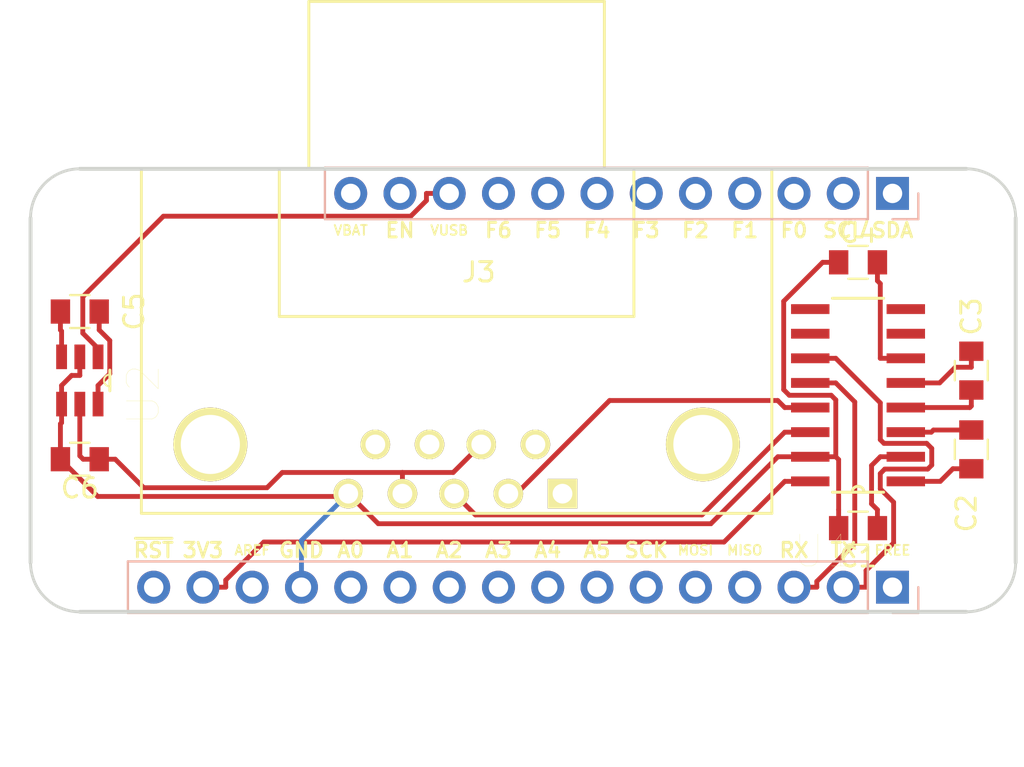
<source format=kicad_pcb>
(kicad_pcb (version 20171130) (host pcbnew "(5.1.4)-1")

  (general
    (thickness 1.6)
    (drawings 36)
    (tracks 114)
    (zones 0)
    (modules 15)
    (nets 17)
  )

  (page A4)
  (layers
    (0 F.Cu signal)
    (31 B.Cu signal)
    (32 B.Adhes user)
    (33 F.Adhes user)
    (34 B.Paste user)
    (35 F.Paste user)
    (36 B.SilkS user)
    (37 F.SilkS user)
    (38 B.Mask user)
    (39 F.Mask user)
    (40 Dwgs.User user)
    (41 Cmts.User user)
    (42 Eco1.User user)
    (43 Eco2.User user)
    (44 Edge.Cuts user)
    (45 Margin user)
    (46 B.CrtYd user)
    (47 F.CrtYd user)
    (48 B.Fab user)
    (49 F.Fab user)
  )

  (setup
    (last_trace_width 0.25)
    (trace_clearance 0.2)
    (zone_clearance 0.508)
    (zone_45_only no)
    (trace_min 0.2)
    (via_size 0.8)
    (via_drill 0.4)
    (via_min_size 0.4)
    (via_min_drill 0.3)
    (uvia_size 0.3)
    (uvia_drill 0.1)
    (uvias_allowed no)
    (uvia_min_size 0.2)
    (uvia_min_drill 0.1)
    (edge_width 0.15)
    (segment_width 0.2)
    (pcb_text_width 0.3)
    (pcb_text_size 1.5 1.5)
    (mod_edge_width 0.15)
    (mod_text_size 1 1)
    (mod_text_width 0.15)
    (pad_size 1.524 1.524)
    (pad_drill 0.762)
    (pad_to_mask_clearance 0.051)
    (solder_mask_min_width 0.25)
    (aux_axis_origin 0 0)
    (visible_elements 7FFFFFFF)
    (pcbplotparams
      (layerselection 0x010fc_ffffffff)
      (usegerberextensions false)
      (usegerberattributes false)
      (usegerberadvancedattributes false)
      (creategerberjobfile false)
      (excludeedgelayer true)
      (linewidth 0.100000)
      (plotframeref false)
      (viasonmask false)
      (mode 1)
      (useauxorigin false)
      (hpglpennumber 1)
      (hpglpenspeed 20)
      (hpglpendiameter 15.000000)
      (psnegative false)
      (psa4output false)
      (plotreference true)
      (plotvalue true)
      (plotinvisibletext false)
      (padsonsilk false)
      (subtractmaskfromsilk false)
      (outputformat 1)
      (mirror false)
      (drillshape 1)
      (scaleselection 1)
      (outputdirectory ""))
  )

  (net 0 "")
  (net 1 GND)
  (net 2 +3V3)
  (net 3 "Net-(C1-Pad1)")
  (net 4 "Net-(C2-Pad2)")
  (net 5 "Net-(C2-Pad1)")
  (net 6 "Net-(C3-Pad1)")
  (net 7 "Net-(C3-Pad2)")
  (net 8 "Net-(C4-Pad1)")
  (net 9 "Net-(C5-Pad1)")
  (net 10 "Net-(C5-Pad2)")
  (net 11 +10V)
  (net 12 TX0)
  (net 13 RX0)
  (net 14 VUSB)
  (net 15 "Net-(J3-Pad3)")
  (net 16 "Net-(J3-Pad2)")

  (net_class Default "This is the default net class."
    (clearance 0.2)
    (trace_width 0.25)
    (via_dia 0.8)
    (via_drill 0.4)
    (uvia_dia 0.3)
    (uvia_drill 0.1)
    (add_net +10V)
    (add_net +3V3)
    (add_net GND)
    (add_net "Net-(C1-Pad1)")
    (add_net "Net-(C2-Pad1)")
    (add_net "Net-(C2-Pad2)")
    (add_net "Net-(C3-Pad1)")
    (add_net "Net-(C3-Pad2)")
    (add_net "Net-(C4-Pad1)")
    (add_net "Net-(C5-Pad1)")
    (add_net "Net-(C5-Pad2)")
    (add_net "Net-(J3-Pad2)")
    (add_net "Net-(J3-Pad3)")
    (add_net RX0)
    (add_net TX0)
    (add_net VUSB)
  )

  (module MountingHole:MountingHole_2.7mm_M2.5 locked (layer F.Cu) (tedit 5D377204) (tstamp 5D4FBE97)
    (at 73.66 27.94)
    (descr "Mounting Hole 2.7mm, no annular, M2.5")
    (tags "mounting hole 2.7mm no annular m2.5")
    (attr virtual)
    (fp_text reference H1 (at 0 -3.7) (layer F.SilkS) hide
      (effects (font (size 1 1) (thickness 0.15)))
    )
    (fp_text value MountingHole_2.7mm_M2.5 (at 0 3.7) (layer F.Fab) hide
      (effects (font (size 1 1) (thickness 0.15)))
    )
    (fp_text user %R (at 0.3 0) (layer F.Fab) hide
      (effects (font (size 1 1) (thickness 0.15)))
    )
    (fp_circle (center 0 0) (end 2.7 0) (layer Cmts.User) (width 0.15))
    (fp_circle (center 0 0) (end 2.95 0) (layer F.CrtYd) (width 0.05))
    (pad 1 np_thru_hole circle (at 0 0) (size 2.7 2.7) (drill 2.7) (layers *.Cu *.Mask))
  )

  (module MountingHole:MountingHole_2.7mm_M2.5 locked (layer F.Cu) (tedit 5D377204) (tstamp 5D4FBE89)
    (at 73.66 45.72)
    (descr "Mounting Hole 2.7mm, no annular, M2.5")
    (tags "mounting hole 2.7mm no annular m2.5")
    (attr virtual)
    (fp_text reference H4 (at 0 -3.7) (layer F.SilkS) hide
      (effects (font (size 1 1) (thickness 0.15)))
    )
    (fp_text value MountingHole_2.7mm_M2.5 (at 0 3.7) (layer F.Fab) hide
      (effects (font (size 1 1) (thickness 0.15)))
    )
    (fp_circle (center 0 0) (end 2.95 0) (layer F.CrtYd) (width 0.05))
    (fp_circle (center 0 0) (end 2.7 0) (layer Cmts.User) (width 0.15))
    (fp_text user %R (at 0.3 0) (layer F.Fab) hide
      (effects (font (size 1 1) (thickness 0.15)))
    )
    (pad 1 np_thru_hole circle (at 0 0) (size 2.7 2.7) (drill 2.7) (layers *.Cu *.Mask))
  )

  (module MountingHole:MountingHole_2.7mm_M2.5 locked (layer F.Cu) (tedit 5D377204) (tstamp 5D4FBE7B)
    (at 27.94 45.72)
    (descr "Mounting Hole 2.7mm, no annular, M2.5")
    (tags "mounting hole 2.7mm no annular m2.5")
    (attr virtual)
    (fp_text reference REF** (at 0 -3.7) (layer F.SilkS) hide
      (effects (font (size 1 1) (thickness 0.15)))
    )
    (fp_text value H3 (at 0 3.7) (layer F.Fab) hide
      (effects (font (size 1 1) (thickness 0.15)))
    )
    (fp_text user %R (at 0.3 0) (layer F.Fab) hide
      (effects (font (size 1 1) (thickness 0.15)))
    )
    (fp_circle (center 0 0) (end 2.7 0) (layer Cmts.User) (width 0.15))
    (fp_circle (center 0 0) (end 2.95 0) (layer F.CrtYd) (width 0.05))
    (pad 1 np_thru_hole circle (at 0 0) (size 2.7 2.7) (drill 2.7) (layers *.Cu *.Mask))
  )

  (module MountingHole:MountingHole_2.7mm_M2.5 locked (layer F.Cu) (tedit 5D377204) (tstamp 5D4FBE61)
    (at 27.94 27.94)
    (descr "Mounting Hole 2.7mm, no annular, M2.5")
    (tags "mounting hole 2.7mm no annular m2.5")
    (attr virtual)
    (fp_text reference H2 (at 0 -3.7) (layer F.SilkS) hide
      (effects (font (size 1 1) (thickness 0.15)))
    )
    (fp_text value MountingHole_2.7mm_M2.5 (at 0 3.7) (layer F.Fab) hide
      (effects (font (size 1 1) (thickness 0.15)))
    )
    (fp_circle (center 0 0) (end 2.95 0) (layer F.CrtYd) (width 0.05))
    (fp_circle (center 0 0) (end 2.7 0) (layer Cmts.User) (width 0.15))
    (fp_text user %R (at 0.3 0) (layer F.Fab) hide
      (effects (font (size 1 1) (thickness 0.15)))
    )
    (pad 1 np_thru_hole circle (at 0 0) (size 2.7 2.7) (drill 2.7) (layers *.Cu *.Mask))
  )

  (module Connector_PinHeader_2.54mm:PinHeader_1x16_P2.54mm_Vertical (layer B.Cu) (tedit 5D3772F9) (tstamp 5D4FBF56)
    (at 69.85 46.99 90)
    (descr "Through hole straight pin header, 1x16, 2.54mm pitch, single row")
    (tags "Through hole pin header THT 1x16 2.54mm single row")
    (path /5D375C76)
    (fp_text reference J1 (at 0 2.33 90) (layer B.SilkS) hide
      (effects (font (size 1 1) (thickness 0.15)) (justify mirror))
    )
    (fp_text value "feather long" (at 0 -40.43 90) (layer B.Fab) hide
      (effects (font (size 1 1) (thickness 0.15)) (justify mirror))
    )
    (fp_line (start -0.635 1.27) (end 1.27 1.27) (layer B.Fab) (width 0.1))
    (fp_line (start 1.27 1.27) (end 1.27 -39.37) (layer B.Fab) (width 0.1))
    (fp_line (start 1.27 -39.37) (end -1.27 -39.37) (layer B.Fab) (width 0.1))
    (fp_line (start -1.27 -39.37) (end -1.27 0.635) (layer B.Fab) (width 0.1))
    (fp_line (start -1.27 0.635) (end -0.635 1.27) (layer B.Fab) (width 0.1))
    (fp_line (start -1.33 -39.43) (end 1.33 -39.43) (layer B.SilkS) (width 0.12))
    (fp_line (start -1.33 -1.27) (end -1.33 -39.43) (layer B.SilkS) (width 0.12))
    (fp_line (start 1.33 -1.27) (end 1.33 -39.43) (layer B.SilkS) (width 0.12))
    (fp_line (start -1.33 -1.27) (end 1.33 -1.27) (layer B.SilkS) (width 0.12))
    (fp_line (start -1.33 0) (end -1.33 1.33) (layer B.SilkS) (width 0.12))
    (fp_line (start -1.33 1.33) (end 0 1.33) (layer B.SilkS) (width 0.12))
    (fp_line (start -1.8 1.8) (end -1.8 -39.9) (layer B.CrtYd) (width 0.05))
    (fp_line (start -1.8 -39.9) (end 1.8 -39.9) (layer B.CrtYd) (width 0.05))
    (fp_line (start 1.8 -39.9) (end 1.8 1.8) (layer B.CrtYd) (width 0.05))
    (fp_line (start 1.8 1.8) (end -1.8 1.8) (layer B.CrtYd) (width 0.05))
    (fp_text user %R (at 0 -19.05) (layer B.Fab)
      (effects (font (size 1 1) (thickness 0.15)) (justify mirror))
    )
    (pad 1 thru_hole rect (at 0 0 90) (size 1.7 1.7) (drill 1) (layers *.Cu *.Mask))
    (pad 2 thru_hole oval (at 0 -2.54 90) (size 1.7 1.7) (drill 1) (layers *.Cu *.Mask)
      (net 12 TX0))
    (pad 3 thru_hole oval (at 0 -5.08 90) (size 1.7 1.7) (drill 1) (layers *.Cu *.Mask)
      (net 13 RX0))
    (pad 4 thru_hole oval (at 0 -7.62 90) (size 1.7 1.7) (drill 1) (layers *.Cu *.Mask))
    (pad 5 thru_hole oval (at 0 -10.16 90) (size 1.7 1.7) (drill 1) (layers *.Cu *.Mask))
    (pad 6 thru_hole oval (at 0 -12.7 90) (size 1.7 1.7) (drill 1) (layers *.Cu *.Mask))
    (pad 7 thru_hole oval (at 0 -15.24 90) (size 1.7 1.7) (drill 1) (layers *.Cu *.Mask))
    (pad 8 thru_hole oval (at 0 -17.78 90) (size 1.7 1.7) (drill 1) (layers *.Cu *.Mask))
    (pad 9 thru_hole oval (at 0 -20.32 90) (size 1.7 1.7) (drill 1) (layers *.Cu *.Mask))
    (pad 10 thru_hole oval (at 0 -22.86 90) (size 1.7 1.7) (drill 1) (layers *.Cu *.Mask))
    (pad 11 thru_hole oval (at 0 -25.4 90) (size 1.7 1.7) (drill 1) (layers *.Cu *.Mask))
    (pad 12 thru_hole oval (at 0 -27.94 90) (size 1.7 1.7) (drill 1) (layers *.Cu *.Mask))
    (pad 13 thru_hole oval (at 0 -30.48 90) (size 1.7 1.7) (drill 1) (layers *.Cu *.Mask)
      (net 1 GND))
    (pad 14 thru_hole oval (at 0 -33.02 90) (size 1.7 1.7) (drill 1) (layers *.Cu *.Mask))
    (pad 15 thru_hole oval (at 0 -35.56 90) (size 1.7 1.7) (drill 1) (layers *.Cu *.Mask)
      (net 2 +3V3))
    (pad 16 thru_hole oval (at 0 -38.1 90) (size 1.7 1.7) (drill 1) (layers *.Cu *.Mask))
    (model ${KISYS3DMOD}/Connector_PinHeader_2.54mm.3dshapes/PinHeader_1x16_P2.54mm_Vertical.wrl
      (at (xyz 0 0 0))
      (scale (xyz 1 1 1))
      (rotate (xyz 0 0 0))
    )
  )

  (module Connector_PinHeader_2.54mm:PinHeader_1x12_P2.54mm_Vertical (layer B.Cu) (tedit 5D3772F5) (tstamp 5D4FBF76)
    (at 69.85 26.67 90)
    (descr "Through hole straight pin header, 1x12, 2.54mm pitch, single row")
    (tags "Through hole pin header THT 1x12 2.54mm single row")
    (path /5D375CC4)
    (fp_text reference J2 (at 0 2.33 90) (layer B.SilkS) hide
      (effects (font (size 1 1) (thickness 0.15)) (justify mirror))
    )
    (fp_text value "feather short" (at 0 -30.27 90) (layer B.Fab) hide
      (effects (font (size 1 1) (thickness 0.15)) (justify mirror))
    )
    (fp_line (start -0.635 1.27) (end 1.27 1.27) (layer B.Fab) (width 0.1))
    (fp_line (start 1.27 1.27) (end 1.27 -29.21) (layer B.Fab) (width 0.1))
    (fp_line (start 1.27 -29.21) (end -1.27 -29.21) (layer B.Fab) (width 0.1))
    (fp_line (start -1.27 -29.21) (end -1.27 0.635) (layer B.Fab) (width 0.1))
    (fp_line (start -1.27 0.635) (end -0.635 1.27) (layer B.Fab) (width 0.1))
    (fp_line (start -1.33 -29.27) (end 1.33 -29.27) (layer B.SilkS) (width 0.12))
    (fp_line (start -1.33 -1.27) (end -1.33 -29.27) (layer B.SilkS) (width 0.12))
    (fp_line (start 1.33 -1.27) (end 1.33 -29.27) (layer B.SilkS) (width 0.12))
    (fp_line (start -1.33 -1.27) (end 1.33 -1.27) (layer B.SilkS) (width 0.12))
    (fp_line (start -1.33 0) (end -1.33 1.33) (layer B.SilkS) (width 0.12))
    (fp_line (start -1.33 1.33) (end 0 1.33) (layer B.SilkS) (width 0.12))
    (fp_line (start -1.8 1.8) (end -1.8 -29.75) (layer B.CrtYd) (width 0.05))
    (fp_line (start -1.8 -29.75) (end 1.8 -29.75) (layer B.CrtYd) (width 0.05))
    (fp_line (start 1.8 -29.75) (end 1.8 1.8) (layer B.CrtYd) (width 0.05))
    (fp_line (start 1.8 1.8) (end -1.8 1.8) (layer B.CrtYd) (width 0.05))
    (fp_text user %R (at 0 -13.97) (layer B.Fab)
      (effects (font (size 1 1) (thickness 0.15)) (justify mirror))
    )
    (pad 1 thru_hole rect (at 0 0 90) (size 1.7 1.7) (drill 1) (layers *.Cu *.Mask))
    (pad 2 thru_hole oval (at 0 -2.54 90) (size 1.7 1.7) (drill 1) (layers *.Cu *.Mask))
    (pad 3 thru_hole oval (at 0 -5.08 90) (size 1.7 1.7) (drill 1) (layers *.Cu *.Mask))
    (pad 4 thru_hole oval (at 0 -7.62 90) (size 1.7 1.7) (drill 1) (layers *.Cu *.Mask))
    (pad 5 thru_hole oval (at 0 -10.16 90) (size 1.7 1.7) (drill 1) (layers *.Cu *.Mask))
    (pad 6 thru_hole oval (at 0 -12.7 90) (size 1.7 1.7) (drill 1) (layers *.Cu *.Mask))
    (pad 7 thru_hole oval (at 0 -15.24 90) (size 1.7 1.7) (drill 1) (layers *.Cu *.Mask))
    (pad 8 thru_hole oval (at 0 -17.78 90) (size 1.7 1.7) (drill 1) (layers *.Cu *.Mask))
    (pad 9 thru_hole oval (at 0 -20.32 90) (size 1.7 1.7) (drill 1) (layers *.Cu *.Mask))
    (pad 10 thru_hole oval (at 0 -22.86 90) (size 1.7 1.7) (drill 1) (layers *.Cu *.Mask)
      (net 14 VUSB))
    (pad 11 thru_hole oval (at 0 -25.4 90) (size 1.7 1.7) (drill 1) (layers *.Cu *.Mask))
    (pad 12 thru_hole oval (at 0 -27.94 90) (size 1.7 1.7) (drill 1) (layers *.Cu *.Mask))
    (model ${KISYS3DMOD}/Connector_PinHeader_2.54mm.3dshapes/PinHeader_1x12_P2.54mm_Vertical.wrl
      (at (xyz 0 0 0))
      (scale (xyz 1 1 1))
      (rotate (xyz 0 0 0))
    )
  )

  (module Capacitors_SMD:C_0805 (layer F.Cu) (tedit 58AA8463) (tstamp 5E1A809D)
    (at 68.072 43.942 180)
    (descr "Capacitor SMD 0805, reflow soldering, AVX (see smccp.pdf)")
    (tags "capacitor 0805")
    (path /5E1B47D4)
    (attr smd)
    (fp_text reference C1 (at 0 -1.5) (layer F.SilkS)
      (effects (font (size 1 1) (thickness 0.15)))
    )
    (fp_text value 0.1uf (at 0 1.75) (layer F.Fab)
      (effects (font (size 1 1) (thickness 0.15)))
    )
    (fp_text user %R (at 0 -1.5) (layer F.Fab)
      (effects (font (size 1 1) (thickness 0.15)))
    )
    (fp_line (start -1 0.62) (end -1 -0.62) (layer F.Fab) (width 0.1))
    (fp_line (start 1 0.62) (end -1 0.62) (layer F.Fab) (width 0.1))
    (fp_line (start 1 -0.62) (end 1 0.62) (layer F.Fab) (width 0.1))
    (fp_line (start -1 -0.62) (end 1 -0.62) (layer F.Fab) (width 0.1))
    (fp_line (start 0.5 -0.85) (end -0.5 -0.85) (layer F.SilkS) (width 0.12))
    (fp_line (start -0.5 0.85) (end 0.5 0.85) (layer F.SilkS) (width 0.12))
    (fp_line (start -1.75 -0.88) (end 1.75 -0.88) (layer F.CrtYd) (width 0.05))
    (fp_line (start -1.75 -0.88) (end -1.75 0.87) (layer F.CrtYd) (width 0.05))
    (fp_line (start 1.75 0.87) (end 1.75 -0.88) (layer F.CrtYd) (width 0.05))
    (fp_line (start 1.75 0.87) (end -1.75 0.87) (layer F.CrtYd) (width 0.05))
    (pad 1 smd rect (at -1 0 180) (size 1 1.25) (layers F.Cu F.Paste F.Mask)
      (net 3 "Net-(C1-Pad1)"))
    (pad 2 smd rect (at 1 0 180) (size 1 1.25) (layers F.Cu F.Paste F.Mask)
      (net 1 GND))
    (model Capacitors_SMD.3dshapes/C_0805.wrl
      (at (xyz 0 0 0))
      (scale (xyz 1 1 1))
      (rotate (xyz 0 0 0))
    )
  )

  (module Capacitors_SMD:C_0805 (layer F.Cu) (tedit 58AA8463) (tstamp 5E1A80AE)
    (at 73.914 39.878 90)
    (descr "Capacitor SMD 0805, reflow soldering, AVX (see smccp.pdf)")
    (tags "capacitor 0805")
    (path /5E1B338A)
    (attr smd)
    (fp_text reference C2 (at -3.302 -0.254 90) (layer F.SilkS)
      (effects (font (size 1 1) (thickness 0.15)))
    )
    (fp_text value 0.1uf (at 0 1.75 90) (layer F.Fab)
      (effects (font (size 1 1) (thickness 0.15)))
    )
    (fp_line (start 1.75 0.87) (end -1.75 0.87) (layer F.CrtYd) (width 0.05))
    (fp_line (start 1.75 0.87) (end 1.75 -0.88) (layer F.CrtYd) (width 0.05))
    (fp_line (start -1.75 -0.88) (end -1.75 0.87) (layer F.CrtYd) (width 0.05))
    (fp_line (start -1.75 -0.88) (end 1.75 -0.88) (layer F.CrtYd) (width 0.05))
    (fp_line (start -0.5 0.85) (end 0.5 0.85) (layer F.SilkS) (width 0.12))
    (fp_line (start 0.5 -0.85) (end -0.5 -0.85) (layer F.SilkS) (width 0.12))
    (fp_line (start -1 -0.62) (end 1 -0.62) (layer F.Fab) (width 0.1))
    (fp_line (start 1 -0.62) (end 1 0.62) (layer F.Fab) (width 0.1))
    (fp_line (start 1 0.62) (end -1 0.62) (layer F.Fab) (width 0.1))
    (fp_line (start -1 0.62) (end -1 -0.62) (layer F.Fab) (width 0.1))
    (fp_text user %R (at 0 -1.5 90) (layer F.Fab)
      (effects (font (size 1 1) (thickness 0.15)))
    )
    (pad 2 smd rect (at 1 0 90) (size 1 1.25) (layers F.Cu F.Paste F.Mask)
      (net 4 "Net-(C2-Pad2)"))
    (pad 1 smd rect (at -1 0 90) (size 1 1.25) (layers F.Cu F.Paste F.Mask)
      (net 5 "Net-(C2-Pad1)"))
    (model Capacitors_SMD.3dshapes/C_0805.wrl
      (at (xyz 0 0 0))
      (scale (xyz 1 1 1))
      (rotate (xyz 0 0 0))
    )
  )

  (module Capacitors_SMD:C_0805 (layer F.Cu) (tedit 58AA8463) (tstamp 5E1A80BF)
    (at 73.914 35.814 90)
    (descr "Capacitor SMD 0805, reflow soldering, AVX (see smccp.pdf)")
    (tags "capacitor 0805")
    (path /5E1B3F66)
    (attr smd)
    (fp_text reference C3 (at 2.794 0 90) (layer F.SilkS)
      (effects (font (size 1 1) (thickness 0.15)))
    )
    (fp_text value 0.1uf (at 0 1.75 90) (layer F.Fab)
      (effects (font (size 1 1) (thickness 0.15)))
    )
    (fp_text user %R (at 0 -1.5 90) (layer F.Fab)
      (effects (font (size 1 1) (thickness 0.15)))
    )
    (fp_line (start -1 0.62) (end -1 -0.62) (layer F.Fab) (width 0.1))
    (fp_line (start 1 0.62) (end -1 0.62) (layer F.Fab) (width 0.1))
    (fp_line (start 1 -0.62) (end 1 0.62) (layer F.Fab) (width 0.1))
    (fp_line (start -1 -0.62) (end 1 -0.62) (layer F.Fab) (width 0.1))
    (fp_line (start 0.5 -0.85) (end -0.5 -0.85) (layer F.SilkS) (width 0.12))
    (fp_line (start -0.5 0.85) (end 0.5 0.85) (layer F.SilkS) (width 0.12))
    (fp_line (start -1.75 -0.88) (end 1.75 -0.88) (layer F.CrtYd) (width 0.05))
    (fp_line (start -1.75 -0.88) (end -1.75 0.87) (layer F.CrtYd) (width 0.05))
    (fp_line (start 1.75 0.87) (end 1.75 -0.88) (layer F.CrtYd) (width 0.05))
    (fp_line (start 1.75 0.87) (end -1.75 0.87) (layer F.CrtYd) (width 0.05))
    (pad 1 smd rect (at -1 0 90) (size 1 1.25) (layers F.Cu F.Paste F.Mask)
      (net 6 "Net-(C3-Pad1)"))
    (pad 2 smd rect (at 1 0 90) (size 1 1.25) (layers F.Cu F.Paste F.Mask)
      (net 7 "Net-(C3-Pad2)"))
    (model Capacitors_SMD.3dshapes/C_0805.wrl
      (at (xyz 0 0 0))
      (scale (xyz 1 1 1))
      (rotate (xyz 0 0 0))
    )
  )

  (module Capacitors_SMD:C_0805 (layer F.Cu) (tedit 58AA8463) (tstamp 5E1A80D0)
    (at 68.072 30.226 180)
    (descr "Capacitor SMD 0805, reflow soldering, AVX (see smccp.pdf)")
    (tags "capacitor 0805")
    (path /5E1B42E4)
    (attr smd)
    (fp_text reference C4 (at 0 1.524) (layer F.SilkS)
      (effects (font (size 1 1) (thickness 0.15)))
    )
    (fp_text value 0.1uf (at 0 1.75) (layer F.Fab)
      (effects (font (size 1 1) (thickness 0.15)))
    )
    (fp_line (start 1.75 0.87) (end -1.75 0.87) (layer F.CrtYd) (width 0.05))
    (fp_line (start 1.75 0.87) (end 1.75 -0.88) (layer F.CrtYd) (width 0.05))
    (fp_line (start -1.75 -0.88) (end -1.75 0.87) (layer F.CrtYd) (width 0.05))
    (fp_line (start -1.75 -0.88) (end 1.75 -0.88) (layer F.CrtYd) (width 0.05))
    (fp_line (start -0.5 0.85) (end 0.5 0.85) (layer F.SilkS) (width 0.12))
    (fp_line (start 0.5 -0.85) (end -0.5 -0.85) (layer F.SilkS) (width 0.12))
    (fp_line (start -1 -0.62) (end 1 -0.62) (layer F.Fab) (width 0.1))
    (fp_line (start 1 -0.62) (end 1 0.62) (layer F.Fab) (width 0.1))
    (fp_line (start 1 0.62) (end -1 0.62) (layer F.Fab) (width 0.1))
    (fp_line (start -1 0.62) (end -1 -0.62) (layer F.Fab) (width 0.1))
    (fp_text user %R (at 0 -1.5) (layer F.Fab)
      (effects (font (size 1 1) (thickness 0.15)))
    )
    (pad 2 smd rect (at 1 0 180) (size 1 1.25) (layers F.Cu F.Paste F.Mask)
      (net 1 GND))
    (pad 1 smd rect (at -1 0 180) (size 1 1.25) (layers F.Cu F.Paste F.Mask)
      (net 8 "Net-(C4-Pad1)"))
    (model Capacitors_SMD.3dshapes/C_0805.wrl
      (at (xyz 0 0 0))
      (scale (xyz 1 1 1))
      (rotate (xyz 0 0 0))
    )
  )

  (module Capacitors_SMD:C_0805 (layer F.Cu) (tedit 58AA8463) (tstamp 5E1A80E1)
    (at 27.94 32.766 180)
    (descr "Capacitor SMD 0805, reflow soldering, AVX (see smccp.pdf)")
    (tags "capacitor 0805")
    (path /5E1B1EC7)
    (attr smd)
    (fp_text reference C5 (at -2.794 0 90) (layer F.SilkS)
      (effects (font (size 1 1) (thickness 0.15)))
    )
    (fp_text value 10uf (at 0 1.75) (layer F.Fab)
      (effects (font (size 1 1) (thickness 0.15)))
    )
    (fp_text user %R (at 0 -1.5) (layer F.Fab)
      (effects (font (size 1 1) (thickness 0.15)))
    )
    (fp_line (start -1 0.62) (end -1 -0.62) (layer F.Fab) (width 0.1))
    (fp_line (start 1 0.62) (end -1 0.62) (layer F.Fab) (width 0.1))
    (fp_line (start 1 -0.62) (end 1 0.62) (layer F.Fab) (width 0.1))
    (fp_line (start -1 -0.62) (end 1 -0.62) (layer F.Fab) (width 0.1))
    (fp_line (start 0.5 -0.85) (end -0.5 -0.85) (layer F.SilkS) (width 0.12))
    (fp_line (start -0.5 0.85) (end 0.5 0.85) (layer F.SilkS) (width 0.12))
    (fp_line (start -1.75 -0.88) (end 1.75 -0.88) (layer F.CrtYd) (width 0.05))
    (fp_line (start -1.75 -0.88) (end -1.75 0.87) (layer F.CrtYd) (width 0.05))
    (fp_line (start 1.75 0.87) (end 1.75 -0.88) (layer F.CrtYd) (width 0.05))
    (fp_line (start 1.75 0.87) (end -1.75 0.87) (layer F.CrtYd) (width 0.05))
    (pad 1 smd rect (at -1 0 180) (size 1 1.25) (layers F.Cu F.Paste F.Mask)
      (net 9 "Net-(C5-Pad1)"))
    (pad 2 smd rect (at 1 0 180) (size 1 1.25) (layers F.Cu F.Paste F.Mask)
      (net 10 "Net-(C5-Pad2)"))
    (model Capacitors_SMD.3dshapes/C_0805.wrl
      (at (xyz 0 0 0))
      (scale (xyz 1 1 1))
      (rotate (xyz 0 0 0))
    )
  )

  (module Capacitors_SMD:C_0805 (layer F.Cu) (tedit 58AA8463) (tstamp 5E1A80F2)
    (at 27.94 40.386 180)
    (descr "Capacitor SMD 0805, reflow soldering, AVX (see smccp.pdf)")
    (tags "capacitor 0805")
    (path /5E1B0BCC)
    (attr smd)
    (fp_text reference C6 (at 0 -1.5) (layer F.SilkS)
      (effects (font (size 1 1) (thickness 0.15)))
    )
    (fp_text value 10uf (at 0 1.75) (layer F.Fab)
      (effects (font (size 1 1) (thickness 0.15)))
    )
    (fp_line (start 1.75 0.87) (end -1.75 0.87) (layer F.CrtYd) (width 0.05))
    (fp_line (start 1.75 0.87) (end 1.75 -0.88) (layer F.CrtYd) (width 0.05))
    (fp_line (start -1.75 -0.88) (end -1.75 0.87) (layer F.CrtYd) (width 0.05))
    (fp_line (start -1.75 -0.88) (end 1.75 -0.88) (layer F.CrtYd) (width 0.05))
    (fp_line (start -0.5 0.85) (end 0.5 0.85) (layer F.SilkS) (width 0.12))
    (fp_line (start 0.5 -0.85) (end -0.5 -0.85) (layer F.SilkS) (width 0.12))
    (fp_line (start -1 -0.62) (end 1 -0.62) (layer F.Fab) (width 0.1))
    (fp_line (start 1 -0.62) (end 1 0.62) (layer F.Fab) (width 0.1))
    (fp_line (start 1 0.62) (end -1 0.62) (layer F.Fab) (width 0.1))
    (fp_line (start -1 0.62) (end -1 -0.62) (layer F.Fab) (width 0.1))
    (fp_text user %R (at 0 -1.5) (layer F.Fab)
      (effects (font (size 1 1) (thickness 0.15)))
    )
    (pad 2 smd rect (at 1 0 180) (size 1 1.25) (layers F.Cu F.Paste F.Mask)
      (net 1 GND))
    (pad 1 smd rect (at -1 0 180) (size 1 1.25) (layers F.Cu F.Paste F.Mask)
      (net 11 +10V))
    (model Capacitors_SMD.3dshapes/C_0805.wrl
      (at (xyz 0 0 0))
      (scale (xyz 1 1 1))
      (rotate (xyz 0 0 0))
    )
  )

  (module libraries:DB9MC (layer F.Cu) (tedit 0) (tstamp 5E1A8606)
    (at 47.244 40.894)
    (descr "Connecteur DB9 male couche")
    (tags "CONN DB9")
    (path /5E1AFBF9)
    (fp_text reference J3 (at 1.27 -10.16) (layer F.SilkS)
      (effects (font (size 1 1) (thickness 0.15)))
    )
    (fp_text value DB9_Male (at 1.27 -3.81) (layer F.Fab)
      (effects (font (size 1 1) (thickness 0.15)))
    )
    (fp_line (start 7.747 -24.13) (end 7.747 -15.494) (layer F.SilkS) (width 0.15))
    (fp_line (start -7.493 -24.13) (end 7.747 -24.13) (layer F.SilkS) (width 0.15))
    (fp_line (start -7.493 -15.494) (end -7.493 -24.13) (layer F.SilkS) (width 0.15))
    (fp_line (start 9.271 -7.874) (end 9.271 -15.494) (layer F.SilkS) (width 0.15))
    (fp_line (start -9.017 -7.874) (end 9.271 -7.874) (layer F.SilkS) (width 0.15))
    (fp_line (start -9.017 -15.494) (end -9.017 -7.874) (layer F.SilkS) (width 0.15))
    (fp_line (start -16.129 -15.494) (end -16.129 2.286) (layer F.SilkS) (width 0.15))
    (fp_line (start 16.383 -15.494) (end -16.129 -15.494) (layer F.SilkS) (width 0.15))
    (fp_line (start 16.383 2.286) (end 16.383 -15.494) (layer F.SilkS) (width 0.15))
    (fp_line (start -16.129 2.286) (end 16.383 2.286) (layer F.SilkS) (width 0.15))
    (pad 6 thru_hole circle (at 4.191 -1.27) (size 1.524 1.524) (drill 1.016) (layers *.Cu *.Mask F.SilkS))
    (pad 7 thru_hole circle (at 1.397 -1.27) (size 1.524 1.524) (drill 1.016) (layers *.Cu *.Mask F.SilkS)
      (net 11 +10V))
    (pad 8 thru_hole circle (at -1.27 -1.27) (size 1.524 1.524) (drill 1.016) (layers *.Cu *.Mask F.SilkS))
    (pad 9 thru_hole circle (at -4.064 -1.27) (size 1.524 1.524) (drill 1.016) (layers *.Cu *.Mask F.SilkS))
    (pad 5 thru_hole circle (at -5.461 1.27) (size 1.524 1.524) (drill 1.016) (layers *.Cu *.Mask F.SilkS)
      (net 1 GND))
    (pad 4 thru_hole circle (at -2.667 1.27) (size 1.524 1.524) (drill 1.016) (layers *.Cu *.Mask F.SilkS)
      (net 11 +10V))
    (pad 3 thru_hole circle (at 0 1.27) (size 1.524 1.524) (drill 1.016) (layers *.Cu *.Mask F.SilkS)
      (net 15 "Net-(J3-Pad3)"))
    (pad 2 thru_hole circle (at 2.794 1.27) (size 1.524 1.524) (drill 1.016) (layers *.Cu *.Mask F.SilkS)
      (net 16 "Net-(J3-Pad2)"))
    (pad 1 thru_hole rect (at 5.588 1.27) (size 1.524 1.524) (drill 1.016) (layers *.Cu *.Mask F.SilkS))
    (pad "" thru_hole circle (at -12.573 -1.27) (size 3.81 3.81) (drill 3.048) (layers *.Cu *.Mask F.SilkS))
    (pad "" thru_hole circle (at 12.827 -1.27) (size 3.81 3.81) (drill 3.048) (layers *.Cu *.Mask F.SilkS))
    (model Connect.3dshapes/DB9MC.wrl
      (at (xyz 0 0 0))
      (scale (xyz 1 1 1))
      (rotate (xyz 0 0 0))
    )
  )

  (module libraries:SOIC127P600X175-16N (layer F.Cu) (tedit 5E1A74E3) (tstamp 5E1A816B)
    (at 68.072 37.084 180)
    (path /5E1AE9D4)
    (fp_text reference U1 (at 1.757435 -8.048575) (layer F.SilkS)
      (effects (font (size 1.644528 1.644528) (thickness 0.015)))
    )
    (fp_text value ST3232CDR (at 16.38756 7.23804) (layer F.Fab)
      (effects (font (size 1.645559 1.645559) (thickness 0.015)))
    )
    (fp_line (start -2.0066 -4.2164) (end -2.0066 -4.6736) (layer F.Fab) (width 0.1))
    (fp_line (start -2.0066 -4.6736) (end -3.0988 -4.6736) (layer F.Fab) (width 0.1))
    (fp_line (start -3.0988 -4.6736) (end -3.0988 -4.2164) (layer F.Fab) (width 0.1))
    (fp_line (start -3.0988 -4.2164) (end -2.0066 -4.2164) (layer F.Fab) (width 0.1))
    (fp_line (start -2.0066 -2.9464) (end -2.0066 -3.4036) (layer F.Fab) (width 0.1))
    (fp_line (start -2.0066 -3.4036) (end -3.0988 -3.4036) (layer F.Fab) (width 0.1))
    (fp_line (start -3.0988 -3.4036) (end -3.0988 -2.9464) (layer F.Fab) (width 0.1))
    (fp_line (start -3.0988 -2.9464) (end -2.0066 -2.9464) (layer F.Fab) (width 0.1))
    (fp_line (start -2.0066 -1.6764) (end -2.0066 -2.1336) (layer F.Fab) (width 0.1))
    (fp_line (start -2.0066 -2.1336) (end -3.0988 -2.1336) (layer F.Fab) (width 0.1))
    (fp_line (start -3.0988 -2.1336) (end -3.0988 -1.6764) (layer F.Fab) (width 0.1))
    (fp_line (start -3.0988 -1.6764) (end -2.0066 -1.6764) (layer F.Fab) (width 0.1))
    (fp_line (start -2.0066 -0.4064) (end -2.0066 -0.8636) (layer F.Fab) (width 0.1))
    (fp_line (start -2.0066 -0.8636) (end -3.0988 -0.8636) (layer F.Fab) (width 0.1))
    (fp_line (start -3.0988 -0.8636) (end -3.0988 -0.4064) (layer F.Fab) (width 0.1))
    (fp_line (start -3.0988 -0.4064) (end -2.0066 -0.4064) (layer F.Fab) (width 0.1))
    (fp_line (start -2.0066 0.8636) (end -2.0066 0.4064) (layer F.Fab) (width 0.1))
    (fp_line (start -2.0066 0.4064) (end -3.0988 0.4064) (layer F.Fab) (width 0.1))
    (fp_line (start -3.0988 0.4064) (end -3.0988 0.8636) (layer F.Fab) (width 0.1))
    (fp_line (start -3.0988 0.8636) (end -2.0066 0.8636) (layer F.Fab) (width 0.1))
    (fp_line (start -2.0066 2.1336) (end -2.0066 1.6764) (layer F.Fab) (width 0.1))
    (fp_line (start -2.0066 1.6764) (end -3.0988 1.6764) (layer F.Fab) (width 0.1))
    (fp_line (start -3.0988 1.6764) (end -3.0988 2.1336) (layer F.Fab) (width 0.1))
    (fp_line (start -3.0988 2.1336) (end -2.0066 2.1336) (layer F.Fab) (width 0.1))
    (fp_line (start -2.0066 3.4036) (end -2.0066 2.9464) (layer F.Fab) (width 0.1))
    (fp_line (start -2.0066 2.9464) (end -3.0988 2.9464) (layer F.Fab) (width 0.1))
    (fp_line (start -3.0988 2.9464) (end -3.0988 3.4036) (layer F.Fab) (width 0.1))
    (fp_line (start -3.0988 3.4036) (end -2.0066 3.4036) (layer F.Fab) (width 0.1))
    (fp_line (start -2.0066 4.6736) (end -2.0066 4.2164) (layer F.Fab) (width 0.1))
    (fp_line (start -2.0066 4.2164) (end -3.0988 4.2164) (layer F.Fab) (width 0.1))
    (fp_line (start -3.0988 4.2164) (end -3.0988 4.6736) (layer F.Fab) (width 0.1))
    (fp_line (start -3.0988 4.6736) (end -2.0066 4.6736) (layer F.Fab) (width 0.1))
    (fp_line (start 2.0066 4.2164) (end 2.0066 4.6736) (layer F.Fab) (width 0.1))
    (fp_line (start 2.0066 4.6736) (end 3.0988 4.6736) (layer F.Fab) (width 0.1))
    (fp_line (start 3.0988 4.6736) (end 3.0988 4.2164) (layer F.Fab) (width 0.1))
    (fp_line (start 3.0988 4.2164) (end 2.0066 4.2164) (layer F.Fab) (width 0.1))
    (fp_line (start 2.0066 2.9464) (end 2.0066 3.4036) (layer F.Fab) (width 0.1))
    (fp_line (start 2.0066 3.4036) (end 3.0988 3.4036) (layer F.Fab) (width 0.1))
    (fp_line (start 3.0988 3.4036) (end 3.0988 2.9464) (layer F.Fab) (width 0.1))
    (fp_line (start 3.0988 2.9464) (end 2.0066 2.9464) (layer F.Fab) (width 0.1))
    (fp_line (start 2.0066 1.6764) (end 2.0066 2.1336) (layer F.Fab) (width 0.1))
    (fp_line (start 2.0066 2.1336) (end 3.0988 2.1336) (layer F.Fab) (width 0.1))
    (fp_line (start 3.0988 2.1336) (end 3.0988 1.6764) (layer F.Fab) (width 0.1))
    (fp_line (start 3.0988 1.6764) (end 2.0066 1.6764) (layer F.Fab) (width 0.1))
    (fp_line (start 2.0066 0.4064) (end 2.0066 0.8636) (layer F.Fab) (width 0.1))
    (fp_line (start 2.0066 0.8636) (end 3.0988 0.8636) (layer F.Fab) (width 0.1))
    (fp_line (start 3.0988 0.8636) (end 3.0988 0.4064) (layer F.Fab) (width 0.1))
    (fp_line (start 3.0988 0.4064) (end 2.0066 0.4064) (layer F.Fab) (width 0.1))
    (fp_line (start 2.0066 -0.8636) (end 2.0066 -0.4064) (layer F.Fab) (width 0.1))
    (fp_line (start 2.0066 -0.4064) (end 3.0988 -0.4064) (layer F.Fab) (width 0.1))
    (fp_line (start 3.0988 -0.4064) (end 3.0988 -0.8636) (layer F.Fab) (width 0.1))
    (fp_line (start 3.0988 -0.8636) (end 2.0066 -0.8636) (layer F.Fab) (width 0.1))
    (fp_line (start 2.0066 -2.1336) (end 2.0066 -1.6764) (layer F.Fab) (width 0.1))
    (fp_line (start 2.0066 -1.6764) (end 3.0988 -1.6764) (layer F.Fab) (width 0.1))
    (fp_line (start 3.0988 -1.6764) (end 3.0988 -2.1336) (layer F.Fab) (width 0.1))
    (fp_line (start 3.0988 -2.1336) (end 2.0066 -2.1336) (layer F.Fab) (width 0.1))
    (fp_line (start 2.0066 -3.4036) (end 2.0066 -2.9464) (layer F.Fab) (width 0.1))
    (fp_line (start 2.0066 -2.9464) (end 3.0988 -2.9464) (layer F.Fab) (width 0.1))
    (fp_line (start 3.0988 -2.9464) (end 3.0988 -3.4036) (layer F.Fab) (width 0.1))
    (fp_line (start 3.0988 -3.4036) (end 2.0066 -3.4036) (layer F.Fab) (width 0.1))
    (fp_line (start 2.0066 -4.6736) (end 2.0066 -4.2164) (layer F.Fab) (width 0.1))
    (fp_line (start 2.0066 -4.2164) (end 3.0988 -4.2164) (layer F.Fab) (width 0.1))
    (fp_line (start 3.0988 -4.2164) (end 3.0988 -4.6736) (layer F.Fab) (width 0.1))
    (fp_line (start 3.0988 -4.6736) (end 2.0066 -4.6736) (layer F.Fab) (width 0.1))
    (fp_line (start -2.0066 5.0038) (end 2.0066 5.0038) (layer F.Fab) (width 0.1))
    (fp_line (start 2.0066 5.0038) (end 2.0066 -5.0038) (layer F.Fab) (width 0.1))
    (fp_line (start 2.0066 -5.0038) (end 0.3048 -5.0038) (layer F.Fab) (width 0.1))
    (fp_line (start 0.3048 -5.0038) (end -0.3048 -5.0038) (layer F.Fab) (width 0.1))
    (fp_line (start -0.3048 -5.0038) (end -2.0066 -5.0038) (layer F.Fab) (width 0.1))
    (fp_line (start -2.0066 -5.0038) (end -2.0066 5.0038) (layer F.Fab) (width 0.1))
    (fp_arc (start 0 -5.0038) (end -0.3048 -5.0038) (angle -180) (layer F.Fab) (width 0.1))
    (fp_line (start -1.3208 5.0038) (end 1.3208 5.0038) (layer F.SilkS) (width 0.1524))
    (fp_line (start 1.3208 -5.0038) (end 0.3048 -5.0038) (layer F.SilkS) (width 0.1524))
    (fp_line (start 0.3048 -5.0038) (end -0.3048 -5.0038) (layer F.SilkS) (width 0.1524))
    (fp_line (start -0.3048 -5.0038) (end -1.3208 -5.0038) (layer F.SilkS) (width 0.1524))
    (fp_arc (start 0 -5.0038) (end -0.3048 -5.0038) (angle -180) (layer F.SilkS) (width 0.1524))
    (pad 1 smd rect (at -2.4638 -4.445 180) (size 1.9812 0.508) (layers F.Cu F.Paste F.Mask)
      (net 5 "Net-(C2-Pad1)"))
    (pad 2 smd rect (at -2.4638 -3.175 180) (size 1.9812 0.508) (layers F.Cu F.Paste F.Mask)
      (net 3 "Net-(C1-Pad1)"))
    (pad 3 smd rect (at -2.4638 -1.905 180) (size 1.9812 0.508) (layers F.Cu F.Paste F.Mask)
      (net 4 "Net-(C2-Pad2)"))
    (pad 4 smd rect (at -2.4638 -0.635 180) (size 1.9812 0.508) (layers F.Cu F.Paste F.Mask)
      (net 6 "Net-(C3-Pad1)"))
    (pad 5 smd rect (at -2.4638 0.635 180) (size 1.9812 0.508) (layers F.Cu F.Paste F.Mask)
      (net 7 "Net-(C3-Pad2)"))
    (pad 6 smd rect (at -2.4638 1.905 180) (size 1.9812 0.508) (layers F.Cu F.Paste F.Mask)
      (net 8 "Net-(C4-Pad1)"))
    (pad 7 smd rect (at -2.4638 3.175 180) (size 1.9812 0.508) (layers F.Cu F.Paste F.Mask))
    (pad 8 smd rect (at -2.4638 4.445 180) (size 1.9812 0.508) (layers F.Cu F.Paste F.Mask))
    (pad 9 smd rect (at 2.4638 4.445 180) (size 1.9812 0.508) (layers F.Cu F.Paste F.Mask))
    (pad 10 smd rect (at 2.4638 3.175 180) (size 1.9812 0.508) (layers F.Cu F.Paste F.Mask))
    (pad 11 smd rect (at 2.4638 1.905 180) (size 1.9812 0.508) (layers F.Cu F.Paste F.Mask)
      (net 12 TX0))
    (pad 12 smd rect (at 2.4638 0.635 180) (size 1.9812 0.508) (layers F.Cu F.Paste F.Mask)
      (net 13 RX0))
    (pad 13 smd rect (at 2.4638 -0.635 180) (size 1.9812 0.508) (layers F.Cu F.Paste F.Mask)
      (net 16 "Net-(J3-Pad2)"))
    (pad 14 smd rect (at 2.4638 -1.905 180) (size 1.9812 0.508) (layers F.Cu F.Paste F.Mask)
      (net 15 "Net-(J3-Pad3)"))
    (pad 15 smd rect (at 2.4638 -3.175 180) (size 1.9812 0.508) (layers F.Cu F.Paste F.Mask)
      (net 1 GND))
    (pad 16 smd rect (at 2.4638 -4.445 180) (size 1.9812 0.508) (layers F.Cu F.Paste F.Mask)
      (net 2 +3V3))
  )

  (module libraries:SOT95P280X145-6N (layer F.Cu) (tedit 5E1A73D0) (tstamp 5E1A8198)
    (at 27.94 36.322 270)
    (path /5E1ADC7C)
    (fp_text reference U2 (at 0.73743 -3.28031 90) (layer F.SilkS)
      (effects (font (size 1.641858 1.641858) (thickness 0.015)))
    )
    (fp_text value TC1240AECHTR (at 10.93836 3.12888 90) (layer F.Fab)
      (effects (font (size 1.642457 1.642457) (thickness 0.015)))
    )
    (fp_line (start -0.8636 -0.7112) (end -0.8636 -1.1938) (layer F.Fab) (width 0.1524))
    (fp_line (start -0.8636 -1.1938) (end -1.4986 -1.1938) (layer F.Fab) (width 0.1524))
    (fp_line (start -1.4986 -1.1938) (end -1.4986 -0.7112) (layer F.Fab) (width 0.1524))
    (fp_line (start -1.4986 -0.7112) (end -0.8636 -0.7112) (layer F.Fab) (width 0.1524))
    (fp_line (start -0.8636 0.254) (end -0.8636 -0.254) (layer F.Fab) (width 0.1524))
    (fp_line (start -0.8636 -0.254) (end -1.4986 -0.254) (layer F.Fab) (width 0.1524))
    (fp_line (start -1.4986 -0.254) (end -1.4986 0.254) (layer F.Fab) (width 0.1524))
    (fp_line (start -1.4986 0.254) (end -0.8636 0.254) (layer F.Fab) (width 0.1524))
    (fp_line (start -0.8636 1.1938) (end -0.8636 0.7112) (layer F.Fab) (width 0.1524))
    (fp_line (start -0.8636 0.7112) (end -1.4986 0.7112) (layer F.Fab) (width 0.1524))
    (fp_line (start -1.4986 0.7112) (end -1.4986 1.1938) (layer F.Fab) (width 0.1524))
    (fp_line (start -1.4986 1.1938) (end -0.8636 1.1938) (layer F.Fab) (width 0.1524))
    (fp_line (start 0.8636 0.7112) (end 0.8636 1.1938) (layer F.Fab) (width 0.1524))
    (fp_line (start 0.8636 1.1938) (end 1.4986 1.1938) (layer F.Fab) (width 0.1524))
    (fp_line (start 1.4986 1.1938) (end 1.4986 0.7112) (layer F.Fab) (width 0.1524))
    (fp_line (start 1.4986 0.7112) (end 0.8636 0.7112) (layer F.Fab) (width 0.1524))
    (fp_line (start 0.8636 -0.254) (end 0.8636 0.254) (layer F.Fab) (width 0.1524))
    (fp_line (start 0.8636 0.254) (end 1.4986 0.254) (layer F.Fab) (width 0.1524))
    (fp_line (start 1.4986 0.254) (end 1.4986 -0.254) (layer F.Fab) (width 0.1524))
    (fp_line (start 1.4986 -0.254) (end 0.8636 -0.254) (layer F.Fab) (width 0.1524))
    (fp_line (start 0.8636 -1.1938) (end 0.8636 -0.7112) (layer F.Fab) (width 0.1524))
    (fp_line (start 0.8636 -0.7112) (end 1.4986 -0.7112) (layer F.Fab) (width 0.1524))
    (fp_line (start 1.4986 -0.7112) (end 1.4986 -1.1938) (layer F.Fab) (width 0.1524))
    (fp_line (start 1.4986 -1.1938) (end 0.8636 -1.1938) (layer F.Fab) (width 0.1524))
    (fp_line (start -0.8636 1.5494) (end 0.8636 1.5494) (layer F.Fab) (width 0.1524))
    (fp_line (start 0.8636 1.5494) (end 0.8636 -1.5494) (layer F.Fab) (width 0.1524))
    (fp_line (start 0.8636 -1.5494) (end 0.3048 -1.5494) (layer F.Fab) (width 0.1524))
    (fp_line (start 0.3048 -1.5494) (end -0.3048 -1.5494) (layer F.Fab) (width 0.1524))
    (fp_line (start -0.3048 -1.5494) (end -0.8636 -1.5494) (layer F.Fab) (width 0.1524))
    (fp_line (start -0.8636 -1.5494) (end -0.8636 1.5494) (layer F.Fab) (width 0.1524))
    (fp_arc (start 0 -1.5494) (end -0.3048 -1.5494) (angle -180) (layer F.Fab) (width 0.1))
    (fp_line (start 0.5334 -1.5494) (end 0.3048 -1.5494) (layer F.SilkS) (width 0.1524))
    (fp_line (start 0.3048 -1.5494) (end -0.3048 -1.5494) (layer F.SilkS) (width 0.1524))
    (fp_line (start -0.3048 -1.5494) (end -0.5334 -1.5494) (layer F.SilkS) (width 0.1524))
    (fp_arc (start 0 -1.5494) (end -0.3048 -1.5494) (angle -180) (layer F.SilkS) (width 0.1))
    (pad 1 smd rect (at -1.2192 -0.9398 270) (size 1.27 0.5588) (layers F.Cu F.Paste F.Mask)
      (net 14 VUSB))
    (pad 2 smd rect (at -1.2192 0 270) (size 1.27 0.5588) (layers F.Cu F.Paste F.Mask)
      (net 1 GND))
    (pad 3 smd rect (at -1.2192 0.9398 270) (size 1.27 0.5588) (layers F.Cu F.Paste F.Mask)
      (net 10 "Net-(C5-Pad2)"))
    (pad 4 smd rect (at 1.2192 0.9398 270) (size 1.27 0.5588) (layers F.Cu F.Paste F.Mask)
      (net 1 GND))
    (pad 5 smd rect (at 1.2192 0 270) (size 1.27 0.5588) (layers F.Cu F.Paste F.Mask)
      (net 11 +10V))
    (pad 6 smd rect (at 1.2192 -0.9398 270) (size 1.27 0.5588) (layers F.Cu F.Paste F.Mask)
      (net 9 "Net-(C5-Pad1)"))
  )

  (gr_text VUSB (at 46.99 28.575) (layer F.SilkS) (tstamp 5D4FC291)
    (effects (font (size 0.5 0.5) (thickness 0.1)))
  )
  (gr_text VBAT (at 41.91 28.575) (layer F.SilkS) (tstamp 5D4FC28C)
    (effects (font (size 0.5 0.5) (thickness 0.1)))
  )
  (gr_text EN (at 44.45 28.575) (layer F.SilkS) (tstamp 5D4FC287)
    (effects (font (size 0.75 0.75) (thickness 0.15)))
  )
  (gr_text F6 (at 49.53 28.575) (layer F.SilkS) (tstamp 5D4FC282)
    (effects (font (size 0.75 0.75) (thickness 0.15)))
  )
  (gr_text F5 (at 52.07 28.575) (layer F.SilkS) (tstamp 5D4FC27D)
    (effects (font (size 0.75 0.75) (thickness 0.15)))
  )
  (gr_text F4 (at 54.61 28.575) (layer F.SilkS) (tstamp 5D4FC277)
    (effects (font (size 0.75 0.75) (thickness 0.15)))
  )
  (gr_text F3 (at 57.15 28.575) (layer F.SilkS) (tstamp 5D4FC272)
    (effects (font (size 0.75 0.75) (thickness 0.15)))
  )
  (gr_text F2 (at 59.69 28.575) (layer F.SilkS) (tstamp 5D4FC26D)
    (effects (font (size 0.75 0.75) (thickness 0.15)))
  )
  (gr_text F1 (at 62.23 28.575) (layer F.SilkS) (tstamp 5D4FC268)
    (effects (font (size 0.75 0.75) (thickness 0.15)))
  )
  (gr_text F0 (at 64.77 28.575) (layer F.SilkS) (tstamp 5D4FC263)
    (effects (font (size 0.75 0.75) (thickness 0.15)))
  )
  (gr_text SCL (at 67.31 28.575) (layer F.SilkS) (tstamp 5D4FC25E)
    (effects (font (size 0.75 0.75) (thickness 0.15)))
  )
  (gr_text SDA (at 69.85 28.575) (layer F.SilkS) (tstamp 5D4FC259)
    (effects (font (size 0.75 0.75) (thickness 0.15)))
  )
  (gr_text FREE (at 69.85 45.085) (layer F.SilkS) (tstamp 5D4FC245)
    (effects (font (size 0.5 0.5) (thickness 0.1)))
  )
  (gr_text TX (at 67.31 45.085) (layer F.SilkS) (tstamp 5D4FC240)
    (effects (font (size 0.75 0.75) (thickness 0.15)))
  )
  (gr_text RX (at 64.77 45.085) (layer F.SilkS) (tstamp 5D4FC23B)
    (effects (font (size 0.75 0.75) (thickness 0.15)))
  )
  (gr_text MISO (at 62.23 45.085) (layer F.SilkS) (tstamp 5D4FC236)
    (effects (font (size 0.5 0.5) (thickness 0.1)))
  )
  (gr_text MOSI (at 59.69 45.085) (layer F.SilkS) (tstamp 5D4FC231)
    (effects (font (size 0.5 0.5) (thickness 0.1)))
  )
  (gr_text SCK (at 57.15 45.085) (layer F.SilkS) (tstamp 5D4FC22C)
    (effects (font (size 0.75 0.75) (thickness 0.15)))
  )
  (gr_text A5 (at 54.61 45.085) (layer F.SilkS) (tstamp 5D4FC21D)
    (effects (font (size 0.75 0.75) (thickness 0.15)))
  )
  (gr_text A4 (at 52.07 45.085) (layer F.SilkS) (tstamp 5D4FC21B)
    (effects (font (size 0.75 0.75) (thickness 0.15)))
  )
  (gr_text A3 (at 49.53 45.085) (layer F.SilkS) (tstamp 5D4FC219)
    (effects (font (size 0.75 0.75) (thickness 0.15)))
  )
  (gr_text A2 (at 46.99 45.085) (layer F.SilkS) (tstamp 5D4FC217)
    (effects (font (size 0.75 0.75) (thickness 0.15)))
  )
  (gr_text A1 (at 44.45 45.085) (layer F.SilkS) (tstamp 5D4FC212)
    (effects (font (size 0.75 0.75) (thickness 0.15)))
  )
  (gr_text A0 (at 41.91 45.085) (layer F.SilkS) (tstamp 5D4FC20D)
    (effects (font (size 0.75 0.75) (thickness 0.15)))
  )
  (gr_text GND (at 39.37 45.085) (layer F.SilkS) (tstamp 5D4FC208)
    (effects (font (size 0.75 0.75) (thickness 0.15)))
  )
  (gr_text AREF (at 36.83 45.085) (layer F.SilkS) (tstamp 5D4FC203)
    (effects (font (size 0.5 0.5) (thickness 0.1)))
  )
  (gr_text 3V3 (at 34.29 45.085) (layer F.SilkS) (tstamp 5D4FC1FE)
    (effects (font (size 0.75 0.75) (thickness 0.15)))
  )
  (gr_text ~RST (at 31.75 45.085) (layer F.SilkS)
    (effects (font (size 0.75 0.75) (thickness 0.15)))
  )
  (gr_arc (start 73.66 27.94) (end 76.2 27.94) (angle -90) (layer Edge.Cuts) (width 0.15))
  (gr_arc (start 73.66 45.72) (end 73.66 48.26) (angle -90) (layer Edge.Cuts) (width 0.15))
  (gr_arc (start 27.94 45.72) (end 25.4 45.72) (angle -90) (layer Edge.Cuts) (width 0.15))
  (gr_arc (start 27.94 27.94) (end 27.94 25.4) (angle -90) (layer Edge.Cuts) (width 0.15))
  (gr_line (start 25.4 45.72) (end 25.4 27.94) (layer Edge.Cuts) (width 0.2))
  (gr_line (start 73.66 48.26) (end 27.94 48.26) (layer Edge.Cuts) (width 0.2))
  (gr_line (start 76.2 27.94) (end 76.2 45.72) (layer Edge.Cuts) (width 0.2))
  (gr_line (start 27.94 25.4) (end 73.66 25.4) (layer Edge.Cuts) (width 0.2))

  (segment (start 41.783 42.164) (end 43.3342 43.7152) (width 0.25) (layer F.Cu) (net 1))
  (segment (start 43.3342 43.7152) (end 60.4818 43.7152) (width 0.25) (layer F.Cu) (net 1))
  (segment (start 60.4818 43.7152) (end 63.938 40.259) (width 0.25) (layer F.Cu) (net 1))
  (segment (start 63.938 40.259) (end 65.6082 40.259) (width 0.25) (layer F.Cu) (net 1))
  (segment (start 26.94 40.386) (end 28.8616 42.3076) (width 0.25) (layer F.Cu) (net 1))
  (segment (start 28.8616 42.3076) (end 41.6394 42.3076) (width 0.25) (layer F.Cu) (net 1))
  (segment (start 41.6394 42.3076) (end 41.783 42.164) (width 0.25) (layer F.Cu) (net 1))
  (segment (start 66.9241 40.259) (end 67.072 40.4069) (width 0.25) (layer F.Cu) (net 1))
  (segment (start 67.072 40.4069) (end 67.072 42.9917) (width 0.25) (layer F.Cu) (net 1))
  (segment (start 66.2467 30.226) (end 64.2386 32.2341) (width 0.25) (layer F.Cu) (net 1))
  (segment (start 64.2386 32.2341) (end 64.2386 36.7978) (width 0.25) (layer F.Cu) (net 1))
  (segment (start 64.2386 36.7978) (end 64.5268 37.086) (width 0.25) (layer F.Cu) (net 1))
  (segment (start 64.5268 37.086) (end 66.6883 37.086) (width 0.25) (layer F.Cu) (net 1))
  (segment (start 66.6883 37.086) (end 66.9241 37.3218) (width 0.25) (layer F.Cu) (net 1))
  (segment (start 66.9241 37.3218) (end 66.9241 40.259) (width 0.25) (layer F.Cu) (net 1))
  (segment (start 67.072 43.942) (end 67.072 42.9917) (width 0.25) (layer F.Cu) (net 1))
  (segment (start 27.94 35.1028) (end 27.94 36.0631) (width 0.25) (layer F.Cu) (net 1))
  (segment (start 27.0002 37.5412) (end 27.0002 36.5809) (width 0.25) (layer F.Cu) (net 1))
  (segment (start 27.0002 36.5809) (end 27.518 36.0631) (width 0.25) (layer F.Cu) (net 1))
  (segment (start 27.518 36.0631) (end 27.94 36.0631) (width 0.25) (layer F.Cu) (net 1))
  (segment (start 27.0002 38.0213) (end 27.0002 37.5412) (width 0.25) (layer F.Cu) (net 1))
  (segment (start 27.0002 38.0213) (end 27.0002 38.5015) (width 0.25) (layer F.Cu) (net 1))
  (segment (start 27.0002 38.5015) (end 26.94 38.5617) (width 0.25) (layer F.Cu) (net 1))
  (segment (start 26.94 38.5617) (end 26.94 40.386) (width 0.25) (layer F.Cu) (net 1))
  (segment (start 67.072 30.226) (end 66.2467 30.226) (width 0.25) (layer F.Cu) (net 1))
  (segment (start 41.783 42.164) (end 39.37 44.577) (width 0.25) (layer B.Cu) (net 1))
  (segment (start 39.37 44.577) (end 39.37 46.99) (width 0.25) (layer B.Cu) (net 1))
  (segment (start 65.6082 40.259) (end 66.9241 40.259) (width 0.25) (layer F.Cu) (net 1))
  (segment (start 34.29 46.99) (end 35.4653 46.99) (width 0.25) (layer F.Cu) (net 2))
  (segment (start 65.6082 41.529) (end 64.2923 41.529) (width 0.25) (layer F.Cu) (net 2))
  (segment (start 64.2923 41.529) (end 61.1629 44.6584) (width 0.25) (layer F.Cu) (net 2))
  (segment (start 61.1629 44.6584) (end 37.4296 44.6584) (width 0.25) (layer F.Cu) (net 2))
  (segment (start 37.4296 44.6584) (end 35.4653 46.6227) (width 0.25) (layer F.Cu) (net 2))
  (segment (start 35.4653 46.6227) (end 35.4653 46.99) (width 0.25) (layer F.Cu) (net 2))
  (segment (start 69.2199 40.259) (end 68.7696 40.7093) (width 0.25) (layer F.Cu) (net 3))
  (segment (start 68.7696 40.7093) (end 68.7696 42.6893) (width 0.25) (layer F.Cu) (net 3))
  (segment (start 68.7696 42.6893) (end 69.072 42.9917) (width 0.25) (layer F.Cu) (net 3))
  (segment (start 69.072 43.942) (end 69.072 42.9917) (width 0.25) (layer F.Cu) (net 3))
  (segment (start 70.5358 40.259) (end 69.2199 40.259) (width 0.25) (layer F.Cu) (net 3))
  (segment (start 70.5358 38.989) (end 71.8517 38.989) (width 0.25) (layer F.Cu) (net 4))
  (segment (start 71.8517 38.989) (end 71.9627 38.878) (width 0.25) (layer F.Cu) (net 4))
  (segment (start 71.9627 38.878) (end 73.914 38.878) (width 0.25) (layer F.Cu) (net 4))
  (segment (start 73.914 40.878) (end 72.9637 40.878) (width 0.25) (layer F.Cu) (net 5))
  (segment (start 70.5358 41.529) (end 72.3127 41.529) (width 0.25) (layer F.Cu) (net 5))
  (segment (start 72.3127 41.529) (end 72.9637 40.878) (width 0.25) (layer F.Cu) (net 5))
  (segment (start 73.914 36.814) (end 73.914 37.6393) (width 0.25) (layer F.Cu) (net 6))
  (segment (start 70.5358 37.719) (end 73.8343 37.719) (width 0.25) (layer F.Cu) (net 6))
  (segment (start 73.8343 37.719) (end 73.914 37.6393) (width 0.25) (layer F.Cu) (net 6))
  (segment (start 73.914 34.814) (end 73.914 35.6393) (width 0.25) (layer F.Cu) (net 7))
  (segment (start 70.5358 36.449) (end 72.279 36.449) (width 0.25) (layer F.Cu) (net 7))
  (segment (start 72.279 36.449) (end 73.0887 35.6393) (width 0.25) (layer F.Cu) (net 7))
  (segment (start 73.0887 35.6393) (end 73.914 35.6393) (width 0.25) (layer F.Cu) (net 7))
  (segment (start 69.072 30.226) (end 69.072 31.1763) (width 0.25) (layer F.Cu) (net 8))
  (segment (start 70.5358 35.179) (end 69.2199 35.179) (width 0.25) (layer F.Cu) (net 8))
  (segment (start 69.2199 35.179) (end 69.2199 31.3242) (width 0.25) (layer F.Cu) (net 8))
  (segment (start 69.2199 31.3242) (end 69.072 31.1763) (width 0.25) (layer F.Cu) (net 8))
  (segment (start 28.94 32.766) (end 28.94 33.7163) (width 0.25) (layer F.Cu) (net 9))
  (segment (start 28.8798 37.5412) (end 28.8798 36.5809) (width 0.25) (layer F.Cu) (net 9))
  (segment (start 28.8798 36.5809) (end 29.4846 35.9761) (width 0.25) (layer F.Cu) (net 9))
  (segment (start 29.4846 35.9761) (end 29.4846 34.2609) (width 0.25) (layer F.Cu) (net 9))
  (segment (start 29.4846 34.2609) (end 28.94 33.7163) (width 0.25) (layer F.Cu) (net 9))
  (segment (start 26.94 32.766) (end 26.94 33.7163) (width 0.25) (layer F.Cu) (net 10))
  (segment (start 27.0002 35.1028) (end 27.0002 33.7765) (width 0.25) (layer F.Cu) (net 10))
  (segment (start 27.0002 33.7765) (end 26.94 33.7163) (width 0.25) (layer F.Cu) (net 10))
  (segment (start 44.577 41.0695) (end 38.3816 41.0695) (width 0.25) (layer F.Cu) (net 11))
  (segment (start 38.3816 41.0695) (end 37.5939 41.8572) (width 0.25) (layer F.Cu) (net 11))
  (segment (start 37.5939 41.8572) (end 31.2365 41.8572) (width 0.25) (layer F.Cu) (net 11))
  (segment (start 31.2365 41.8572) (end 29.7653 40.386) (width 0.25) (layer F.Cu) (net 11))
  (segment (start 44.577 41.0695) (end 44.577 42.164) (width 0.25) (layer F.Cu) (net 11))
  (segment (start 48.641 39.624) (end 47.1955 41.0695) (width 0.25) (layer F.Cu) (net 11))
  (segment (start 47.1955 41.0695) (end 44.577 41.0695) (width 0.25) (layer F.Cu) (net 11))
  (segment (start 28.94 40.386) (end 29.7653 40.386) (width 0.25) (layer F.Cu) (net 11))
  (segment (start 28.94 40.386) (end 28.1147 40.386) (width 0.25) (layer F.Cu) (net 11))
  (segment (start 27.94 37.5412) (end 27.94 40.2113) (width 0.25) (layer F.Cu) (net 11))
  (segment (start 27.94 40.2113) (end 28.1147 40.386) (width 0.25) (layer F.Cu) (net 11))
  (segment (start 67.31 46.99) (end 68.4853 46.99) (width 0.25) (layer F.Cu) (net 12))
  (segment (start 65.6082 35.179) (end 66.9241 35.179) (width 0.25) (layer F.Cu) (net 12))
  (segment (start 66.9241 35.179) (end 69.2199 37.4748) (width 0.25) (layer F.Cu) (net 12))
  (segment (start 69.2199 37.4748) (end 69.2199 39.3778) (width 0.25) (layer F.Cu) (net 12))
  (segment (start 69.2199 39.3778) (end 69.4105 39.5684) (width 0.25) (layer F.Cu) (net 12))
  (segment (start 69.4105 39.5684) (end 71.6125 39.5684) (width 0.25) (layer F.Cu) (net 12))
  (segment (start 71.6125 39.5684) (end 71.8729 39.8288) (width 0.25) (layer F.Cu) (net 12))
  (segment (start 71.8729 39.8288) (end 71.8729 40.69) (width 0.25) (layer F.Cu) (net 12))
  (segment (start 71.8729 40.69) (end 71.6689 40.894) (width 0.25) (layer F.Cu) (net 12))
  (segment (start 71.6689 40.894) (end 69.4517 40.894) (width 0.25) (layer F.Cu) (net 12))
  (segment (start 69.4517 40.894) (end 69.2199 41.1258) (width 0.25) (layer F.Cu) (net 12))
  (segment (start 69.2199 41.1258) (end 69.2199 41.9178) (width 0.25) (layer F.Cu) (net 12))
  (segment (start 69.2199 41.9178) (end 69.9076 42.6055) (width 0.25) (layer F.Cu) (net 12))
  (segment (start 69.9076 42.6055) (end 69.9076 44.7073) (width 0.25) (layer F.Cu) (net 12))
  (segment (start 69.9076 44.7073) (end 68.4853 46.1296) (width 0.25) (layer F.Cu) (net 12))
  (segment (start 68.4853 46.1296) (end 68.4853 46.99) (width 0.25) (layer F.Cu) (net 12))
  (segment (start 64.77 46.99) (end 65.9453 46.99) (width 0.25) (layer F.Cu) (net 13))
  (segment (start 65.6082 36.449) (end 66.9241 36.449) (width 0.25) (layer F.Cu) (net 13))
  (segment (start 66.9241 36.449) (end 67.9035 37.4284) (width 0.25) (layer F.Cu) (net 13))
  (segment (start 67.9035 37.4284) (end 67.9035 44.7342) (width 0.25) (layer F.Cu) (net 13))
  (segment (start 67.9035 44.7342) (end 65.9453 46.6924) (width 0.25) (layer F.Cu) (net 13))
  (segment (start 65.9453 46.6924) (end 65.9453 46.99) (width 0.25) (layer F.Cu) (net 13))
  (segment (start 46.99 26.67) (end 45.8147 26.67) (width 0.25) (layer F.Cu) (net 14))
  (segment (start 28.8798 35.1028) (end 28.8798 34.6681) (width 0.25) (layer F.Cu) (net 14))
  (segment (start 28.8798 34.6681) (end 28.0942 33.8825) (width 0.25) (layer F.Cu) (net 14))
  (segment (start 28.0942 33.8825) (end 28.0942 32.0035) (width 0.25) (layer F.Cu) (net 14))
  (segment (start 28.0942 32.0035) (end 32.2524 27.8453) (width 0.25) (layer F.Cu) (net 14))
  (segment (start 32.2524 27.8453) (end 45.0068 27.8453) (width 0.25) (layer F.Cu) (net 14))
  (segment (start 45.0068 27.8453) (end 45.8147 27.0374) (width 0.25) (layer F.Cu) (net 14))
  (segment (start 45.8147 27.0374) (end 45.8147 26.67) (width 0.25) (layer F.Cu) (net 14))
  (segment (start 64.2923 38.989) (end 60.022 43.2593) (width 0.25) (layer F.Cu) (net 15))
  (segment (start 60.022 43.2593) (end 48.3393 43.2593) (width 0.25) (layer F.Cu) (net 15))
  (segment (start 48.3393 43.2593) (end 47.244 42.164) (width 0.25) (layer F.Cu) (net 15))
  (segment (start 65.6082 38.989) (end 64.2923 38.989) (width 0.25) (layer F.Cu) (net 15))
  (segment (start 50.038 42.164) (end 50.4523 42.164) (width 0.25) (layer F.Cu) (net 16))
  (segment (start 50.4523 42.164) (end 55.2601 37.3562) (width 0.25) (layer F.Cu) (net 16))
  (segment (start 55.2601 37.3562) (end 63.9295 37.3562) (width 0.25) (layer F.Cu) (net 16))
  (segment (start 63.9295 37.3562) (end 64.2923 37.719) (width 0.25) (layer F.Cu) (net 16))
  (segment (start 65.6082 37.719) (end 64.2923 37.719) (width 0.25) (layer F.Cu) (net 16))

)

</source>
